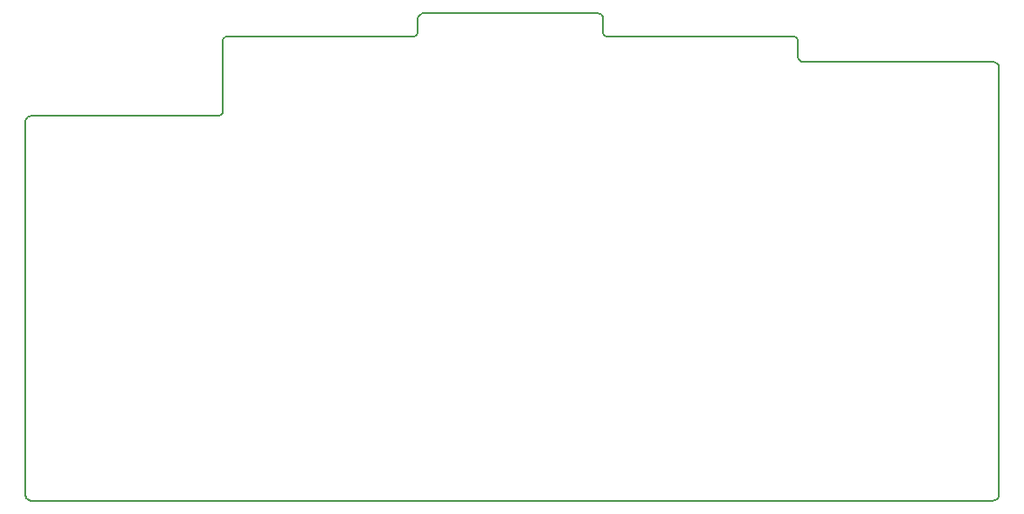
<source format=gm1>
G04 #@! TF.GenerationSoftware,KiCad,Pcbnew,5.1.9*
G04 #@! TF.CreationDate,2021-04-21T20:38:48-05:00*
G04 #@! TF.ProjectId,artboard,61727462-6f61-4726-942e-6b696361645f,0.1*
G04 #@! TF.SameCoordinates,Original*
G04 #@! TF.FileFunction,Profile,NP*
%FSLAX46Y46*%
G04 Gerber Fmt 4.6, Leading zero omitted, Abs format (unit mm)*
G04 Created by KiCad (PCBNEW 5.1.9) date 2021-04-21 20:38:48*
%MOMM*%
%LPD*%
G01*
G04 APERTURE LIST*
G04 #@! TA.AperFunction,Profile*
%ADD10C,0.200000*%
G04 #@! TD*
G04 APERTURE END LIST*
D10*
X126594200Y-77010400D02*
X126606900Y-76835400D01*
X126409058Y-77270747D02*
X126508118Y-77169147D01*
X126279518Y-77339327D02*
X126409058Y-77270747D01*
X125946500Y-77378700D02*
X126279518Y-77339327D01*
X126508118Y-77169147D02*
X126594200Y-77010400D01*
X50583768Y-39929478D02*
X32518900Y-39916778D01*
X107086012Y-34181200D02*
X107086012Y-32680062D01*
X126098900Y-34681300D02*
X107583851Y-34679040D01*
X31907185Y-40417157D02*
X31890300Y-76822700D01*
X87583911Y-29929244D02*
X70583708Y-29929244D01*
X88084291Y-31679303D02*
X88084291Y-30429624D01*
X95785563Y-32179682D02*
X88584670Y-32179682D01*
X126605893Y-35179419D02*
X126605893Y-36429098D01*
X126273154Y-34709520D02*
X126098900Y-34681300D01*
X126405233Y-34780640D02*
X126273154Y-34709520D01*
X126504293Y-34879700D02*
X126405233Y-34780640D01*
X126575413Y-35009239D02*
X126504293Y-34879700D01*
X126605893Y-35179419D02*
X126575413Y-35009239D01*
X51084147Y-32680062D02*
X51084147Y-39429098D01*
X57886261Y-32179682D02*
X51584527Y-32179682D01*
X70085868Y-30429624D02*
X70083328Y-31679303D01*
X126605893Y-36429098D02*
X126606900Y-76835400D01*
X32224684Y-77328382D02*
X32423700Y-77368800D01*
X32095145Y-77259802D02*
X32224684Y-77328382D01*
X31993545Y-77158202D02*
X32095145Y-77259802D01*
X31922425Y-77028662D02*
X31993545Y-77158202D01*
X31890300Y-76822700D02*
X31922425Y-77028662D01*
X31935125Y-40249517D02*
X31907185Y-40417157D01*
X32006245Y-40119977D02*
X31935125Y-40249517D01*
X32105305Y-40018377D02*
X32006245Y-40119977D01*
X32234844Y-39947258D02*
X32105305Y-40018377D01*
X32518900Y-39916778D02*
X32234844Y-39947258D01*
X31907185Y-40417157D02*
X31907185Y-40417157D01*
X51056207Y-39599278D02*
X51084147Y-39431638D01*
X50985087Y-39728818D02*
X51056207Y-39599278D01*
X50886027Y-39830418D02*
X50985087Y-39728818D01*
X50756488Y-39901538D02*
X50886027Y-39830418D01*
X50583768Y-39929478D02*
X50756488Y-39901538D01*
X51084147Y-39431638D02*
X51084147Y-39429098D01*
X51114627Y-32512422D02*
X51084147Y-32680062D01*
X51183207Y-32382882D02*
X51114627Y-32512422D01*
X51284807Y-32281282D02*
X51183207Y-32382882D01*
X51414347Y-32210162D02*
X51284807Y-32281282D01*
X51584527Y-32179682D02*
X51414347Y-32210162D01*
X70055389Y-31849483D02*
X70085868Y-31679303D01*
X69986809Y-31979022D02*
X70055389Y-31849483D01*
X69885209Y-32080622D02*
X69986809Y-31979022D01*
X69755669Y-32151742D02*
X69885209Y-32080622D01*
X69585489Y-32179682D02*
X69755669Y-32151742D01*
X70085868Y-31679303D02*
X70085868Y-31679303D01*
X70113808Y-30261984D02*
X70085868Y-30429624D01*
X70184928Y-30132444D02*
X70113808Y-30261984D01*
X70283988Y-30030844D02*
X70184928Y-30132444D01*
X70413528Y-29959724D02*
X70283988Y-30030844D01*
X70583708Y-29929244D02*
X70413528Y-29959724D01*
X70085868Y-30429624D02*
X70085868Y-30429624D01*
X87754091Y-29959724D02*
X87583911Y-29929244D01*
X87883631Y-30028304D02*
X87754091Y-29959724D01*
X87985231Y-30129904D02*
X87883631Y-30028304D01*
X88056351Y-30259444D02*
X87985231Y-30129904D01*
X88084291Y-30429624D02*
X88056351Y-30259444D01*
X87583911Y-29929244D02*
X87583911Y-29929244D01*
X88417030Y-32151742D02*
X88584670Y-32179682D01*
X88284951Y-32080622D02*
X88417030Y-32151742D01*
X88185891Y-31981562D02*
X88284951Y-32080622D01*
X88114771Y-31852023D02*
X88185891Y-31981562D01*
X88084291Y-31679303D02*
X88114771Y-31852023D01*
X88584670Y-32179682D02*
X88584670Y-32179682D01*
X106753272Y-32210162D02*
X106585632Y-32179682D01*
X106882812Y-32278742D02*
X106753272Y-32210162D01*
X106984412Y-32380342D02*
X106882812Y-32278742D01*
X107055532Y-32509882D02*
X106984412Y-32380342D01*
X107086012Y-32680062D02*
X107055532Y-32509882D01*
X107416212Y-34651100D02*
X107583851Y-34679040D01*
X107286672Y-34579980D02*
X107416212Y-34651100D01*
X107185072Y-34480920D02*
X107286672Y-34579980D01*
X107113952Y-34351380D02*
X107185072Y-34480920D01*
X107086012Y-34181200D02*
X107113952Y-34351380D01*
X106585632Y-32179682D02*
X95785563Y-32179682D01*
X32423700Y-77368800D02*
X125946500Y-77378700D01*
X69585489Y-32179682D02*
X57886261Y-32179682D01*
M02*

</source>
